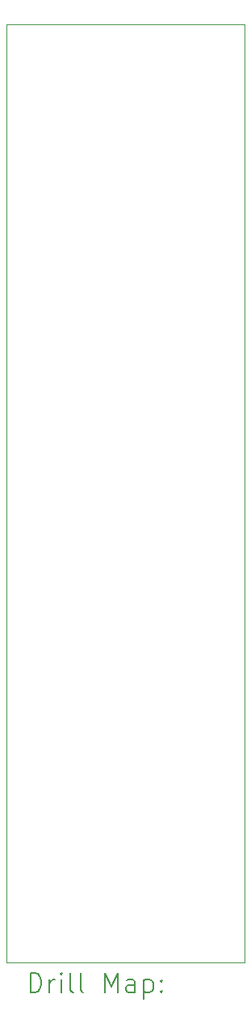
<source format=gbr>
%FSLAX45Y45*%
G04 Gerber Fmt 4.5, Leading zero omitted, Abs format (unit mm)*
G04 Created by KiCad (PCBNEW (6.0.4)) date 2023-05-09 11:01:37*
%MOMM*%
%LPD*%
G01*
G04 APERTURE LIST*
%TA.AperFunction,Profile*%
%ADD10C,0.100000*%
%TD*%
%ADD11C,0.200000*%
G04 APERTURE END LIST*
D10*
X13650000Y-14100000D02*
X11150000Y-14100000D01*
X11150000Y-14100000D02*
X11150000Y-4300000D01*
X11150000Y-4300000D02*
X13650000Y-4300000D01*
X13650000Y-4300000D02*
X13650000Y-14100000D01*
D11*
X11402619Y-14415476D02*
X11402619Y-14215476D01*
X11450238Y-14215476D01*
X11478809Y-14225000D01*
X11497857Y-14244048D01*
X11507381Y-14263095D01*
X11516905Y-14301190D01*
X11516905Y-14329762D01*
X11507381Y-14367857D01*
X11497857Y-14386905D01*
X11478809Y-14405952D01*
X11450238Y-14415476D01*
X11402619Y-14415476D01*
X11602619Y-14415476D02*
X11602619Y-14282143D01*
X11602619Y-14320238D02*
X11612143Y-14301190D01*
X11621667Y-14291667D01*
X11640714Y-14282143D01*
X11659762Y-14282143D01*
X11726428Y-14415476D02*
X11726428Y-14282143D01*
X11726428Y-14215476D02*
X11716905Y-14225000D01*
X11726428Y-14234524D01*
X11735952Y-14225000D01*
X11726428Y-14215476D01*
X11726428Y-14234524D01*
X11850238Y-14415476D02*
X11831190Y-14405952D01*
X11821667Y-14386905D01*
X11821667Y-14215476D01*
X11955000Y-14415476D02*
X11935952Y-14405952D01*
X11926428Y-14386905D01*
X11926428Y-14215476D01*
X12183571Y-14415476D02*
X12183571Y-14215476D01*
X12250238Y-14358333D01*
X12316905Y-14215476D01*
X12316905Y-14415476D01*
X12497857Y-14415476D02*
X12497857Y-14310714D01*
X12488333Y-14291667D01*
X12469286Y-14282143D01*
X12431190Y-14282143D01*
X12412143Y-14291667D01*
X12497857Y-14405952D02*
X12478809Y-14415476D01*
X12431190Y-14415476D01*
X12412143Y-14405952D01*
X12402619Y-14386905D01*
X12402619Y-14367857D01*
X12412143Y-14348809D01*
X12431190Y-14339286D01*
X12478809Y-14339286D01*
X12497857Y-14329762D01*
X12593095Y-14282143D02*
X12593095Y-14482143D01*
X12593095Y-14291667D02*
X12612143Y-14282143D01*
X12650238Y-14282143D01*
X12669286Y-14291667D01*
X12678809Y-14301190D01*
X12688333Y-14320238D01*
X12688333Y-14377381D01*
X12678809Y-14396428D01*
X12669286Y-14405952D01*
X12650238Y-14415476D01*
X12612143Y-14415476D01*
X12593095Y-14405952D01*
X12774048Y-14396428D02*
X12783571Y-14405952D01*
X12774048Y-14415476D01*
X12764524Y-14405952D01*
X12774048Y-14396428D01*
X12774048Y-14415476D01*
X12774048Y-14291667D02*
X12783571Y-14301190D01*
X12774048Y-14310714D01*
X12764524Y-14301190D01*
X12774048Y-14291667D01*
X12774048Y-14310714D01*
M02*

</source>
